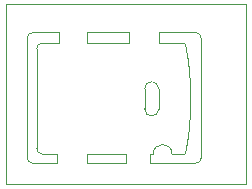
<source format=gm1>
G04 #@! TF.GenerationSoftware,KiCad,Pcbnew,(5.99.0-8645-g8b3dea7107)*
G04 #@! TF.CreationDate,2021-12-17T21:37:34-08:00*
G04 #@! TF.ProjectId,bomu,626f6d75-2e6b-4696-9361-645f70636258,rev?*
G04 #@! TF.SameCoordinates,PX7b80accPY896b3f8*
G04 #@! TF.FileFunction,Profile,NP*
%FSLAX46Y46*%
G04 Gerber Fmt 4.6, Leading zero omitted, Abs format (unit mm)*
G04 Created by KiCad (PCBNEW (5.99.0-8645-g8b3dea7107)) date 2021-12-17 21:37:34*
%MOMM*%
%LPD*%
G01*
G04 APERTURE LIST*
G04 #@! TA.AperFunction,Profile*
%ADD10C,0.010000*%
G04 #@! TD*
G04 #@! TA.AperFunction,Profile*
%ADD11C,0.050000*%
G04 #@! TD*
G04 APERTURE END LIST*
D10*
X12904100Y6378000D02*
G75*
G02*
X11704100Y6378000I-600000J0D01*
G01*
X12904100Y8078000D02*
G75*
G03*
X11704100Y8078000I-600000J0D01*
G01*
D11*
X14034900Y2553400D02*
G75*
G03*
X12434900Y2553400I-800000J0D01*
G01*
X14034900Y2553400D02*
X15059900Y2553400D01*
X3059900Y11953400D02*
G75*
G03*
X2559900Y11453400I0J-500000D01*
G01*
X2559900Y11453400D02*
X2559900Y3053400D01*
X15559900Y7253400D02*
X15559900Y7383400D01*
X15559900Y7383400D02*
X15559900Y7523400D01*
X15559900Y7523400D02*
X15559900Y7653400D01*
X15559900Y7653400D02*
X15559900Y7793400D01*
X15559900Y7793400D02*
X15549900Y7923400D01*
X15549900Y7923400D02*
X15549900Y8063400D01*
X15549900Y8063400D02*
X15549900Y8193400D01*
X15549900Y8193400D02*
X15539900Y8323400D01*
X15539900Y8323400D02*
X15539900Y8463400D01*
X15539900Y8463400D02*
X15529900Y8593400D01*
X15529900Y8593400D02*
X15519900Y8723400D01*
X15519900Y8723400D02*
X15519900Y8853400D01*
X15519900Y8853400D02*
X15509900Y8983400D01*
X15509900Y8983400D02*
X15499900Y9103400D01*
X15499900Y9103400D02*
X15489900Y9233400D01*
X15489900Y9233400D02*
X15479900Y9353400D01*
X15479900Y9353400D02*
X15469900Y9483400D01*
X15469900Y9483400D02*
X15459900Y9603400D01*
X15459900Y9603400D02*
X15449900Y9723400D01*
X15449900Y9723400D02*
X15439900Y9843400D01*
X15439900Y9843400D02*
X15429900Y9963400D01*
X15429900Y9963400D02*
X15419900Y10083400D01*
X15419900Y10083400D02*
X15399900Y10193400D01*
X15399900Y10193400D02*
X15389900Y10313400D01*
X15389900Y10313400D02*
X15379900Y10423400D01*
X15379900Y10423400D02*
X15359900Y10533400D01*
X15359900Y10533400D02*
X15349900Y10633400D01*
X15349900Y10633400D02*
X15329900Y10743400D01*
X15329900Y10743400D02*
X15319900Y10843400D01*
X15319900Y10843400D02*
X15299900Y10943400D01*
X15299900Y10943400D02*
X15279900Y11043400D01*
X15279900Y11043400D02*
X15269900Y11143400D01*
X15269900Y11143400D02*
X15249900Y11233400D01*
X15249900Y11233400D02*
X15229900Y11333400D01*
X15229900Y11333400D02*
X15209900Y11413400D01*
X15209900Y11413400D02*
X15189900Y11503400D01*
X15189900Y11503400D02*
X15179900Y11593400D01*
X15179900Y11593400D02*
X15159900Y11673400D01*
X15159900Y11673400D02*
X15139900Y11753400D01*
X15139900Y11753400D02*
X15119900Y11823400D01*
X15119900Y11823400D02*
X15089900Y11903400D01*
X15089900Y11903400D02*
X15059900Y11953400D01*
X15059900Y2553400D02*
X15089900Y2603400D01*
X15089900Y2603400D02*
X15119900Y2683400D01*
X15119900Y2683400D02*
X15139900Y2753400D01*
X15139900Y2753400D02*
X15159900Y2833400D01*
X15159900Y2833400D02*
X15179900Y2913400D01*
X15179900Y2913400D02*
X15189900Y3003400D01*
X15189900Y3003400D02*
X15209900Y3093400D01*
X15209900Y3093400D02*
X15229900Y3173400D01*
X15229900Y3173400D02*
X15249900Y3273400D01*
X15249900Y3273400D02*
X15269900Y3363400D01*
X15269900Y3363400D02*
X15279900Y3463400D01*
X15279900Y3463400D02*
X15299900Y3563400D01*
X15299900Y3563400D02*
X15319900Y3663400D01*
X15319900Y3663400D02*
X15329900Y3763400D01*
X15329900Y3763400D02*
X15349900Y3873400D01*
X15349900Y3873400D02*
X15359900Y3973400D01*
X15359900Y3973400D02*
X15379900Y4083400D01*
X15379900Y4083400D02*
X15389900Y4193400D01*
X15389900Y4193400D02*
X15399900Y4313400D01*
X15399900Y4313400D02*
X15419900Y4423400D01*
X15419900Y4423400D02*
X15429900Y4543400D01*
X15429900Y4543400D02*
X15439900Y4663400D01*
X15439900Y4663400D02*
X15449900Y4783400D01*
X15449900Y4783400D02*
X15459900Y4903400D01*
X15459900Y4903400D02*
X15469900Y5023400D01*
X15469900Y5023400D02*
X15479900Y5153400D01*
X15479900Y5153400D02*
X15489900Y5273400D01*
X15489900Y5273400D02*
X15499900Y5403400D01*
X15499900Y5403400D02*
X15509900Y5523400D01*
X15509900Y5523400D02*
X15519900Y5653400D01*
X15519900Y5653400D02*
X15519900Y5783400D01*
X15519900Y5783400D02*
X15529900Y5913400D01*
X15529900Y5913400D02*
X15539900Y6043400D01*
X15539900Y6043400D02*
X15539900Y6183400D01*
X15539900Y6183400D02*
X15549900Y6313400D01*
X15549900Y6313400D02*
X15549900Y6443400D01*
X15549900Y6443400D02*
X15549900Y6583400D01*
X15549900Y6583400D02*
X15559900Y6713400D01*
X15559900Y6713400D02*
X15559900Y6853400D01*
X15559900Y6853400D02*
X15559900Y6983400D01*
X15559900Y6983400D02*
X15559900Y7123400D01*
X15559900Y7123400D02*
X15559900Y7253400D01*
X2559900Y3053400D02*
G75*
G03*
X3059900Y2553400I500000J0D01*
G01*
D10*
X12904100Y8078000D02*
X12904100Y6378000D01*
X11704100Y8078000D02*
X11704100Y6378000D01*
D11*
X1758544Y12346457D02*
X1758544Y2258543D01*
X10160000Y1758544D02*
X10160000Y2540000D01*
X12192000Y1758544D02*
X12192000Y2540000D01*
X16509991Y12346447D02*
G75*
G03*
X16009991Y12846447I-500000J0D01*
G01*
X20320000Y15240000D02*
X20320000Y0D01*
X0Y15240000D02*
X20320000Y15240000D01*
X12192000Y1758544D02*
X16010001Y1758544D01*
X6858000Y1758544D02*
X6858000Y2540000D01*
X3059913Y2553411D02*
X4318000Y2553411D01*
X10414000Y12846456D02*
X10414000Y11953392D01*
X0Y12700000D02*
X0Y0D01*
X4318000Y1758544D02*
X4318000Y2540000D01*
X4445000Y12846456D02*
X4445000Y11953392D01*
X2258553Y12846447D02*
G75*
G03*
X1758553Y12346447I0J-500000D01*
G01*
X12954000Y12846456D02*
X12954000Y11953392D01*
X16010001Y12846456D02*
X12954000Y12846456D01*
X1758553Y2258553D02*
G75*
G03*
X2258553Y1758553I500000J0D01*
G01*
X6858000Y11953392D02*
X10414000Y11953392D01*
X2258543Y1758544D02*
X4318000Y1758544D01*
X0Y12700000D02*
X0Y15240000D01*
X12954000Y11953392D02*
X15059889Y11953392D01*
X12192000Y2540000D02*
X12434900Y2540000D01*
X6858000Y2540000D02*
X10160000Y2540000D01*
X16009991Y1758552D02*
G75*
G03*
X16509992Y2258553I0J500001D01*
G01*
X2258543Y12846456D02*
X4445000Y12846456D01*
X3059913Y11953392D02*
X4445000Y11953392D01*
X16510000Y2258543D02*
X16510000Y12346457D01*
X6858000Y12846456D02*
X10414000Y12846456D01*
X20320000Y0D02*
X0Y0D01*
X6858000Y12846456D02*
X6858000Y11953392D01*
X6858000Y1758544D02*
X10160000Y1758544D01*
M02*

</source>
